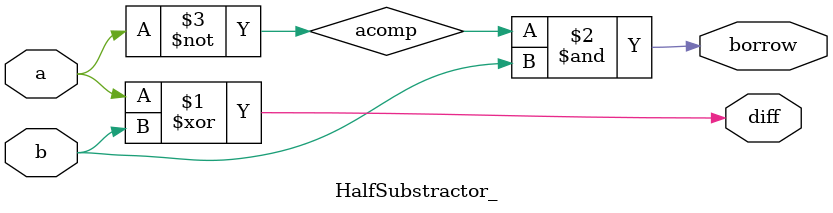
<source format=v>
`timescale 1ns / 1ps
module HalfSubstractor_(a, b, diff, borrow);
	input a, b;
	output diff, borrow;
	
	xor(diff, a, b);
	wire acomp;
	not(acomp, a);
	and(borrow, acomp, b);

endmodule

</source>
